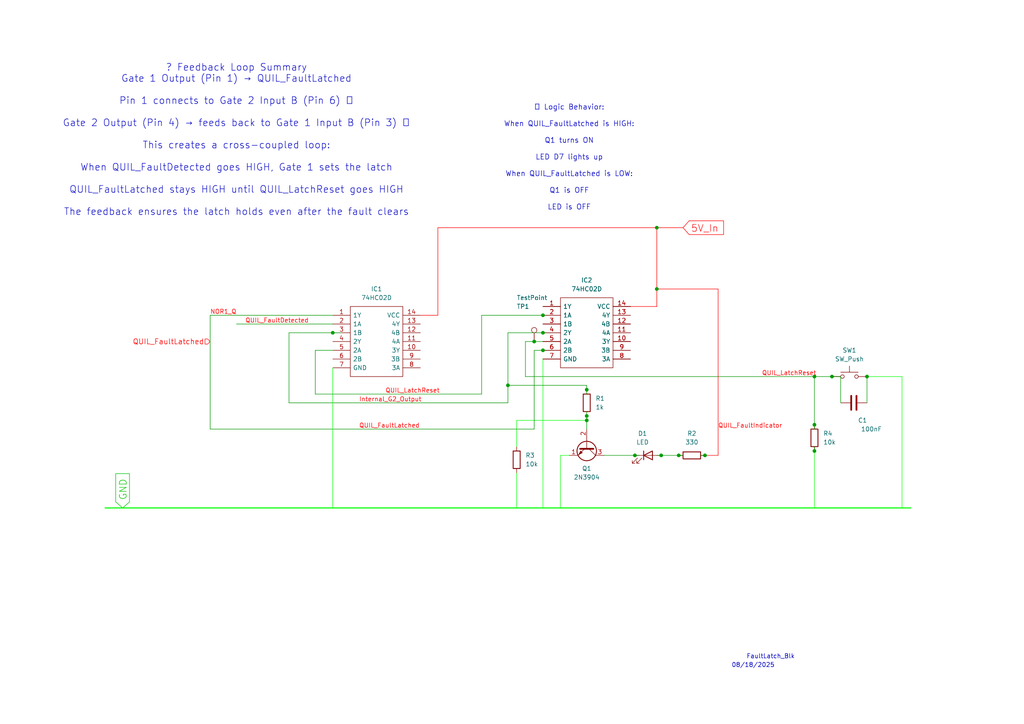
<source format=kicad_sch>
(kicad_sch (version 20250114) (generator "eeschema") (generator_version "9.0")
  (paper "A4")
  (lib_symbols
    (symbol "Connector:TestPoint" (pin_numbers (hide yes)) (pin_names (offset 0.762) (hide yes))
      (property "Reference" "TP" (at 0 6.858 0))
      (property "Value" "TestPoint" (at 0 5.08 0))
      (symbol "TestPoint_0_1"
        (circle (center 0 3.302) (radius 0.762))
      )
      (symbol "TestPoint_1_1"
        (pin passive line (at 0 0 90) (length 2.54) (name "1") (number "1"))
      )
    )
    (symbol "Device:C" (pin_numbers (hide yes)) (pin_names (offset 0.254))
      (property "Reference" "C" (at 0.635 2.54 0))
      (property "Value" "C" (at 0.635 -2.54 0))
      (symbol "C_0_1"
        (polyline (pts (xy -2.032 0.762) (xy 2.032 0.762)) (stroke (width 0.508)))
        (polyline (pts (xy -2.032 -0.762) (xy 2.032 -0.762)) (stroke (width 0.508)))
      )
      (symbol "C_1_1"
        (pin passive line (at 0 3.81 270) (length 2.794) (name "~") (number "1"))
        (pin passive line (at 0 -3.81 90) (length 2.794) (name "~") (number "2"))
      )
    )
    (symbol "FAULT_LED_DRIVER:LED" (pin_numbers (hide yes)) (pin_names (offset 1.016) (hide yes))
      (property "Reference" "D" (at 0 2.54 0))
      (property "Value" "LED" (at 0 -2.54 0))
      (symbol "LED_0_1"
        (polyline (pts (xy -3.048 -0.762) (xy -4.572 -2.286) (xy -3.81 -2.286) (xy -4.572 -2.286) (xy -4.572 -1.524)))
        (polyline (pts (xy -1.778 -0.762) (xy -3.302 -2.286) (xy -2.54 -2.286) (xy -3.302 -2.286) (xy -3.302 -1.524)))
        (polyline (pts (xy -1.27 0) (xy 1.27 0)))
        (polyline (pts (xy -1.27 -1.27) (xy -1.27 1.27)) (stroke (width 0.254)))
        (polyline (pts (xy 1.27 -1.27) (xy 1.27 1.27) (xy -1.27 0) (xy 1.27 -1.27)) (stroke (width 0.254)))
      )
      (symbol "LED_1_1"
        (pin passive line (at -3.81 0 0) (length 2.54) (name "K") (number "1"))
        (pin passive line (at 3.81 0 180) (length 2.54) (name "A") (number "2"))
      )
    )
    (symbol "FAULT_LED_DRIVER:R" (pin_numbers (hide yes)) (pin_names (offset 0))
      (property "Reference" "R" (at 2.032 0 90))
      (property "Value" "R" (at 0 0 90))
      (symbol "R_0_1"
        (rectangle (start -1.016 -2.54) (end 1.016 2.54) (stroke (width 0.254)))
      )
      (symbol "R_1_1"
        (pin passive line (at 0 3.81 270) (length 1.27) (name "~") (number "1"))
        (pin passive line (at 0 -3.81 90) (length 1.27) (name "~") (number "2"))
      )
    )
    (symbol "New_Library:74HC02D" (pin_names (offset 0.762))
      (property "Reference" "IC" (at 21.59 7.62 0))
      (property "Value" "74HC02D" (at 21.59 5.08 0))
      (symbol "74HC02D_0_0"
        (pin passive line (at 0 0 0) (length 5.08) (name "1Y") (number "1"))
        (pin passive line (at 0 -2.54 0) (length 5.08) (name "1A") (number "2"))
        (pin passive line (at 0 -5.08 0) (length 5.08) (name "1B") (number "3"))
        (pin passive line (at 0 -7.62 0) (length 5.08) (name "2Y") (number "4"))
        (pin passive line (at 0 -10.16 0) (length 5.08) (name "2A") (number "5"))
        (pin passive line (at 0 -12.7 0) (length 5.08) (name "2B") (number "6"))
        (pin passive line (at 0 -15.24 0) (length 5.08) (name "GND") (number "7"))
        (pin passive line (at 25.4 0 180) (length 5.08) (name "VCC") (number "14"))
        (pin passive line (at 25.4 -2.54 180) (length 5.08) (name "4Y") (number "13"))
        (pin passive line (at 25.4 -5.08 180) (length 5.08) (name "4B") (number "12"))
        (pin passive line (at 25.4 -7.62 180) (length 5.08) (name "4A") (number "11"))
        (pin passive line (at 25.4 -10.16 180) (length 5.08) (name "3Y") (number "10"))
        (pin passive line (at 25.4 -12.7 180) (length 5.08) (name "3B") (number "9"))
        (pin passive line (at 25.4 -15.24 180) (length 5.08) (name "3A") (number "8"))
      )
      (symbol "74HC02D_0_1"
        (polyline (pts (xy 5.08 2.54) (xy 20.32 2.54) (xy 20.32 -17.78) (xy 5.08 -17.78) (xy 5.08 2.54)) (stroke (width 0.1524)))
      )
    )
    (symbol "Switch:SW_Push" (pin_numbers (hide yes)) (pin_names (offset 1.016) (hide yes))
      (property "Reference" "SW" (at 1.27 2.54 0))
      (property "Value" "SW_Push" (at 0 -1.524 0))
      (symbol "SW_Push_0_1"
        (circle (center -2.032 0) (radius 0.508))
        (polyline (pts (xy 0 1.27) (xy 0 3.048)))
        (circle (center 2.032 0) (radius 0.508))
        (polyline (pts (xy 2.54 1.27) (xy -2.54 1.27)))
        (pin passive line (at -5.08 0 0) (length 2.54) (name "1") (number "1"))
        (pin passive line (at 5.08 0 180) (length 2.54) (name "2") (number "2"))
      )
    )
    (symbol "Transistor_BJT:2N3904" (pin_names (offset 0) (hide yes))
      (property "Reference" "Q" (at 5.08 1.905 0))
      (property "Value" "2N3904" (at 5.08 0 0))
      (symbol "2N3904_0_1"
        (polyline (pts (xy -2.54 0) (xy 0.635 0)))
        (polyline (pts (xy 0.635 1.905) (xy 0.635 -1.905)) (stroke (width 0.508)))
        (circle (center 1.27 0) (radius 2.8194) (stroke (width 0.254)))
      )
      (symbol "2N3904_1_1"
        (polyline (pts (xy 0.635 0.635) (xy 2.54 2.54)))
        (polyline (pts (xy 0.635 -0.635) (xy 2.54 -2.54)))
        (polyline (pts (xy 1.27 -1.778) (xy 1.778 -1.27) (xy 2.286 -2.286) (xy 1.27 -1.778)) (fill (type outline)))
        (pin input line (at -5.08 0 0) (length 2.54) (name "B") (number "2"))
        (pin passive line (at 2.54 5.08 270) (length 2.54) (name "C") (number "3"))
        (pin passive line (at 2.54 -5.08 90) (length 2.54) (name "E") (number "1"))
      )
    )
  )
  (text "FaultLatch_Blk" (at 223.52 190.5 0) (effects (font (size 1.27 1.27))))
  (text "08/18/2025" (at 218.44 193.04 0) (effects (font (size 1.27 1.27))))
  (text "🔁 Feedback Loop Summary\nGate 1 Output (Pin 1) → QUIL_FaultLatched\n\nPin 1 connects to Gate 2 Input B (Pin 6) ✅\n\nGate 2 Output (Pin 4) → feeds back to Gate 1 Input B (Pin 3) ✅\n\nThis creates a cross-coupled loop:\n\nWhen QUIL_FaultDetected goes HIGH, Gate 1 sets the latch\n\nQUIL_FaultLatched stays HIGH until QUIL_LatchReset goes HIGH\n\nThe feedback ensures the latch holds even after the fault clears" (at 68.58 40.64 0) (effects (font (size 2 2))))
  (text "✅ Logic Behavior:\n\nWhen QUIL_FaultLatched is HIGH:\n\nQ1 turns ON\n\nLED D7 lights up\n\nWhen QUIL_FaultLatched is LOW:\n\nQ1 is OFF\n\nLED is OFF" (at 165.1 45.72 0) (effects (font (size 1.5 1.5))))
  (junction (at 191.77 132.08))
  (junction (at 190.5 66.04))
  (junction (at 196.85 132.08))
  (junction (at 157.48 91.44))
  (junction (at 157.48 101.6))
  (junction (at 251.46 109.22))
  (junction (at 170.18 120.65))
  (junction (at 204.47 132.08))
  (junction (at 96.52 96.52))
  (junction (at 157.48 96.52))
  (junction (at 236.22 130.81))
  (junction (at 147.32 111.76))
  (junction (at 241.3 109.22))
  (junction (at 236.22 109.22))
  (junction (at 170.18 121.92))
  (junction (at 154.94 99.06))
  (junction (at 236.22 123.19))
  (junction (at 184.15 132.08))
  (junction (at 170.18 113.03))
  (junction (at 190.5 83.82))
  (wire (pts (xy 154.94 101.6) (xy 157.48 101.6)))
  (wire (pts (xy 149.86 121.92) (xy 149.86 129.54)) (stroke (width 0) (color 0 255 0 1)))
  (wire (pts (xy 236.22 109.22) (xy 241.3 109.22)))
  (wire (pts (xy 154.94 99.06) (xy 152.4 99.06)))
  (wire (pts (xy 165.1 132.08) (xy 162.56 132.08)) (stroke (width 0) (color 0 255 0 1)))
  (wire (pts (xy 157.48 104.14) (xy 157.48 147.32)) (stroke (width 0) (color 0 255 0 1)))
  (wire (pts (xy 83.82 96.52) (xy 96.52 96.52)))
  (wire (pts (xy 236.22 129.54) (xy 236.22 130.81)))
  (wire (pts (xy 203.2 132.08) (xy 204.47 132.08)))
  (wire (pts (xy 170.18 121.92) (xy 149.86 121.92)) (stroke (width 0) (color 0 255 0 1)))
  (wire (pts (xy 170.18 120.65) (xy 170.18 121.92)))
  (wire (pts (xy 204.47 132.08) (xy 208.28 132.08)) (stroke (width 0) (color 255 0 0 1)))
  (wire (pts (xy 157.48 91.44) (xy 160.02 91.44)))
  (wire (pts (xy 96.52 101.6) (xy 91.44 101.6)))
  (wire (pts (xy 236.22 123.19) (xy 236.22 109.22)))
  (wire (pts (xy 190.5 88.9) (xy 190.5 83.82)) (stroke (width 0) (color 255 0 0 1)))
  (wire (pts (xy 152.4 109.22) (xy 236.22 109.22)))
  (wire (pts (xy 196.85 132.08) (xy 198.12 132.08)))
  (wire (pts (xy 121.92 91.44) (xy 127 91.44)) (stroke (width 0) (color 255 0 0 1)))
  (wire (pts (xy 154.94 124.46) (xy 60.96 124.46)))
  (wire (pts (xy 170.18 113.03) (xy 170.18 111.76)))
  (wire (pts (xy 170.18 114.3) (xy 170.18 113.03)))
  (wire (pts (xy 91.44 114.3) (xy 139.7 114.3)))
  (wire (pts (xy 91.44 101.6) (xy 91.44 114.3)))
  (wire (pts (xy 147.32 111.76) (xy 147.32 96.52)))
  (wire (pts (xy 147.32 96.52) (xy 157.48 96.52)))
  (wire (pts (xy 190.5 88.9) (xy 182.88 88.9)) (stroke (width 0) (color 255 0 0 1)))
  (wire (pts (xy 127 66.04) (xy 190.5 66.04)) (stroke (width 0) (color 255 0 0 1)))
  (wire (pts (xy 261.62 109.22) (xy 261.62 147.32)) (stroke (width 0) (color 0 255 0 1)))
  (wire (pts (xy 184.15 132.08) (xy 185.42 132.08)))
  (wire (pts (xy 190.5 66.04) (xy 198.12 66.04)) (stroke (width 0) (color 255 0 0 1)))
  (wire (pts (xy 152.4 99.06) (xy 152.4 109.22)))
  (wire (pts (xy 251.46 109.22) (xy 251.46 116.84)))
  (wire (pts (xy 208.28 83.82) (xy 190.5 83.82)) (stroke (width 0) (color 255 0 0 1)))
  (wire (pts (xy 243.84 109.22) (xy 243.84 116.84)))
  (wire (pts (xy 251.46 109.22) (xy 261.62 109.22)) (stroke (width 0) (color 0 255 0 1)))
  (wire (pts (xy 170.18 121.92) (xy 170.18 124.46)))
  (wire (pts (xy 60.96 91.44) (xy 96.52 91.44)))
  (wire (pts (xy 191.77 132.08) (xy 196.85 132.08)))
  (wire (pts (xy 236.22 124.46) (xy 236.22 123.19)))
  (wire (pts (xy 157.48 96.52) (xy 160.02 96.52)))
  (wire (pts (xy 236.22 130.81) (xy 236.22 147.32)) (stroke (width 0) (color 0 255 0 1)))
  (bus (pts (xy 30.48 147.32) (xy 264.16 147.32)) (stroke (width 0) (color 0 255 0 1)))
  (wire (pts (xy 147.32 116.84) (xy 147.32 111.76)))
  (wire (pts (xy 170.18 119.38) (xy 170.18 120.65)))
  (wire (pts (xy 83.82 116.84) (xy 147.32 116.84)))
  (wire (pts (xy 175.26 132.08) (xy 184.15 132.08)))
  (wire (pts (xy 157.48 101.6) (xy 160.02 101.6)))
  (wire (pts (xy 208.28 132.08) (xy 208.28 83.82)) (stroke (width 0) (color 255 0 0 1)))
  (wire (pts (xy 162.56 132.08) (xy 162.56 147.32)) (stroke (width 0) (color 0 255 0 1)))
  (wire (pts (xy 157.48 99.06) (xy 154.94 99.06)))
  (wire (pts (xy 190.5 83.82) (xy 190.5 66.04)) (stroke (width 0) (color 255 0 0 1)))
  (wire (pts (xy 241.3 109.22) (xy 243.84 109.22)))
  (wire (pts (xy 149.86 137.16) (xy 149.86 147.32)) (stroke (width 0) (color 0 255 0 1)))
  (wire (pts (xy 83.82 116.84) (xy 83.82 96.52)))
  (wire (pts (xy 139.7 114.3) (xy 139.7 91.44)))
  (wire (pts (xy 127 91.44) (xy 127 66.04)) (stroke (width 0) (color 255 0 0 1)))
  (wire (pts (xy 139.7 91.44) (xy 157.48 91.44)))
  (wire (pts (xy 68.58 93.98) (xy 96.52 93.98)))
  (wire (pts (xy 96.52 106.68) (xy 96.52 147.32)) (stroke (width 0) (color 0 255 0 1)))
  (wire (pts (xy 190.5 132.08) (xy 191.77 132.08)))
  (wire (pts (xy 96.52 96.52) (xy 99.06 96.52)))
  (wire (pts (xy 60.96 124.46) (xy 60.96 91.44)))
  (wire (pts (xy 170.18 111.76) (xy 147.32 111.76)))
  (wire (pts (xy 154.94 124.46) (xy 154.94 101.6)))
  (label "QUIL_LatchReset" (at 111.76 114.3 0))
  (label "QUIL_FaultIndicator" (at 208.28 124.46 0))
  (label "QUIL_FaultDetected" (at 71.12 93.98 0))
  (label "QUIL_LatchReset" (at 220.98 109.22 0))
  (label "Internal_G2_Output" (at 104.14 116.84 0))
  (label "QUIL_FaultLatched" (at 104.14 124.46 0))
  (label "NOR1_Q" (at 60.96 91.44 0))
  (global_label "5V_In" (shape input) (at 198.12 66.04 0) (effects (font (size 2 2))) (property "Intersheetrefs" "${INTERSHEET_REFS}" (effects (hide yes))))
  (global_label "GND" (shape input) (at 35.56 147.32 90) (effects (font (size 2 2))) (property "Intersheetrefs" "${INTERSHEET_REFS}" (effects (hide yes))))
  (hierarchical_label "QUIL_FaultLatched" (shape input) (at 60.96 99.06 180) (effects (font (size 1.5 1.5))))
  (symbol (lib_id "FAULT_LED_DRIVER:R") (at 170.18 116.84 0) (unit 1)
    (property "Reference" "R1" (at 172.72 115.5699 0) (effects (justify left)))
    (property "Value" "1k" (at 172.72 118.1099 0) (effects (justify left)))
    (property "Description" "Resistor" (effects (hide yes)))
  )
  (symbol (lib_id "FAULT_LED_DRIVER:LED") (at 187.96 132.08 0) (unit 1)
    (property "Reference" "D1" (at 186.3725 125.73 0))
    (property "Value" "LED" (at 186.3725 128.27 0))
    (property "Description" "Light emitting diode" (effects (hide yes)))
    (property "Sim.Pins" "1=K 2=A" (effects (hide yes)))
  )
  (symbol (lib_id "Transistor_BJT:2N3904") (at 170.18 129.54 270) (unit 1)
    (property "Reference" "Q1" (at 170.18 135.89 90))
    (property "Value" "2N3904" (at 170.18 138.43 90))
    (property "Footprint" "Package_TO_SOT_THT:TO-92_Inline" (effects (hide yes)))
    (property "Datasheet" "https://www.onsemi.com/pub/Collateral/2N3903-D.PDF" (effects (hide yes)))
    (property "Description" "0.2A Ic, 40V Vce, Small Signal NPN Transistor, TO-92" (effects (hide yes)))
  )
  (symbol (lib_id "FAULT_LED_DRIVER:R") (at 200.66 132.08 90) (unit 1)
    (property "Reference" "R2" (at 200.66 125.73 90))
    (property "Value" "330" (at 200.66 128.27 90))
    (property "Description" "Resistor" (effects (hide yes)))
  )
  (symbol (lib_id "FAULT_LED_DRIVER:R") (at 236.22 127 0) (unit 1)
    (property "Reference" "R4" (at 238.76 125.7299 0) (effects (justify left)))
    (property "Value" "10k" (at 238.76 128.2699 0) (effects (justify left)))
    (property "Description" "Resistor" (effects (hide yes)))
  )
  (symbol (lib_id "Device:C") (at 247.65 116.84 270) (unit 1)
    (property "Reference" "C1" (at 250.19 121.92 90))
    (property "Value" "100nF" (at 252.73 124.46 90))
    (property "Description" "Unpolarized capacitor" (effects (hide yes)))
  )
  (symbol (lib_id "New_Library:74HC02D") (at 96.52 91.44 0) (unit 1)
    (property "Reference" "IC1" (at 109.22 83.82 0))
    (property "Value" "74HC02D" (at 109.22 86.36 0))
    (property "Footprint" "SOIC127P600X175-14N" (effects (hide yes)))
    (property "Datasheet" "https://docs.rs-online.com/fe76/0900766b816231fe.pdf" (effects (hide yes)))
    (property "Description" "NOR Gate 4-Element 2-IN CMOS 14-Pin SOIC T/R" (effects (hide yes)))
    (property "Description_1" "NOR Gate 4-Element 2-IN CMOS 14-Pin SOIC T/R" (effects (hide yes)))
    (property "Height" "1.75" (effects (hide yes)))
    (property "Manufacturer_Name" "Toshiba" (effects (hide yes)))
    (property "Manufacturer_Part_Number" "74HC02D" (effects (hide yes)))
    (property "Mouser Part Number" "757-74HC02D" (effects (hide yes)))
    (property "Mouser Price/Stock" "https://www.mouser.co.uk/ProductDetail/Toshiba/74HC02D?qs=y6ZabgHbY%252ByDCkXgptarGQ%3D%3D" (effects (hide yes)))
    (property "Arrow Part Number" "74HC02D" (effects (hide yes)))
    (property "Arrow Price/Stock" "https://www.arrow.com/en/products/74hc02d/toshiba?region=nac" (effects (hide yes)))
  )
  (symbol (lib_id "Switch:SW_Push") (at 246.38 109.22 0) (unit 1)
    (property "Reference" "SW1" (at 246.38 101.6 0))
    (property "Value" "SW_Push" (at 246.38 104.14 0))
    (property "Description" "Push button switch, generic, two pins" (effects (hide yes)))
  )
  (symbol (lib_id "Connector:TestPoint") (at 154.94 99.06 0) (unit 1)
    (property "Reference" "TP1" (at 149.86 88.9 0) (effects (justify left)))
    (property "Value" "TestPoint" (at 149.86 86.36 0) (effects (justify left)))
    (property "Description" "test point" (effects (hide yes)))
  )
  (symbol (lib_id "New_Library:74HC02D") (at 157.48 88.9 0) (unit 1)
    (property "Reference" "IC2" (at 170.18 81.28 0))
    (property "Value" "74HC02D" (at 170.18 83.82 0))
    (property "Footprint" "SOIC127P600X175-14N" (effects (hide yes)))
    (property "Datasheet" "https://docs.rs-online.com/fe76/0900766b816231fe.pdf" (effects (hide yes)))
    (property "Description" "NOR Gate 4-Element 2-IN CMOS 14-Pin SOIC T/R" (effects (hide yes)))
    (property "Description_1" "NOR Gate 4-Element 2-IN CMOS 14-Pin SOIC T/R" (effects (hide yes)))
    (property "Height" "1.75" (effects (hide yes)))
    (property "Manufacturer_Name" "Toshiba" (effects (hide yes)))
    (property "Manufacturer_Part_Number" "74HC02D" (effects (hide yes)))
    (property "Mouser Part Number" "757-74HC02D" (effects (hide yes)))
    (property "Mouser Price/Stock" "https://www.mouser.co.uk/ProductDetail/Toshiba/74HC02D?qs=y6ZabgHbY%252ByDCkXgptarGQ%3D%3D" (effects (hide yes)))
    (property "Arrow Part Number" "74HC02D" (effects (hide yes)))
    (property "Arrow Price/Stock" "https://www.arrow.com/en/products/74hc02d/toshiba?region=nac" (effects (hide yes)))
  )
  (symbol (lib_id "FAULT_LED_DRIVER:R") (at 149.86 133.35 0) (unit 1)
    (property "Reference" "R3" (at 152.4 132.0799 0) (effects (justify left)))
    (property "Value" "10k" (at 152.4 134.6199 0) (effects (justify left)))
    (property "Description" "Resistor" (effects (hide yes)))
  )
  (sheet (at 325.12 132.08) (size 12.7 5.08) (stroke (width 0.1524))
    (property "Sheetname" "FaultLatch_Aggregation" (at 325.12 131.3684 0) (effects (justify left bottom)))
    (property "Sheetfile" "FaultLatch_Aggregation.kicad_sch" (at 325.12 137.7446 0) (effects (justify left top)))
  )
)
</source>
